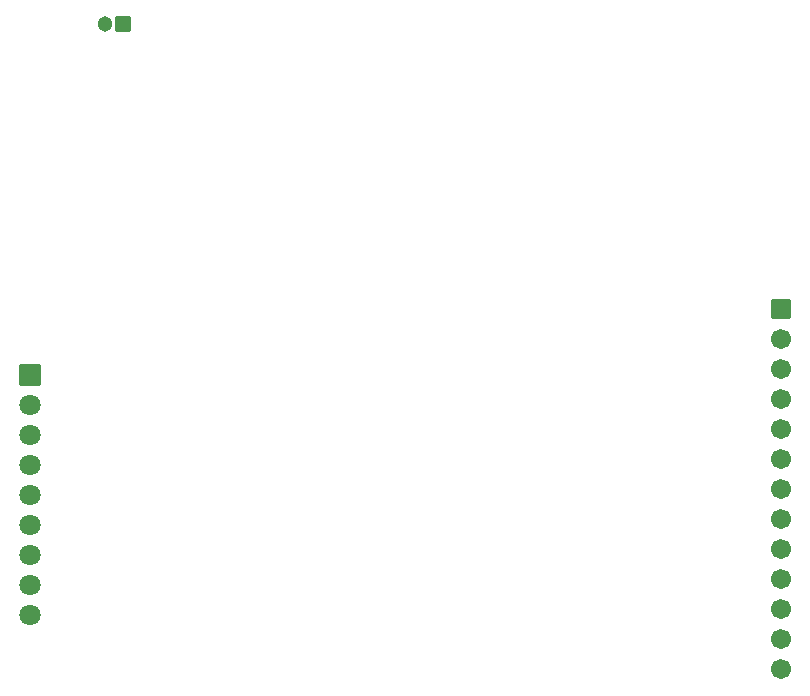
<source format=gbs>
G04 Layer: BottomSolderMaskLayer*
G04 EasyEDA Pro v2.2.24.2, 2024-08-08 11:30:51*
G04 Gerber Generator version 0.3*
G04 Scale: 100 percent, Rotated: No, Reflected: No*
G04 Dimensions in millimeters*
G04 Leading zeros omitted, absolute positions, 3 integers and 5 decimals*
%FSLAX35Y35*%
%MOMM*%
%AMRoundRect*1,1,$1,$2,$3*1,1,$1,$4,$5*1,1,$1,0-$2,0-$3*1,1,$1,0-$4,0-$5*20,1,$1,$2,$3,$4,$5,0*20,1,$1,$4,$5,0-$2,0-$3,0*20,1,$1,0-$2,0-$3,0-$4,0-$5,0*20,1,$1,0-$4,0-$5,$2,$3,0*4,1,4,$2,$3,$4,$5,0-$2,0-$3,0-$4,0-$5,$2,$3,0*%
%ADD10RoundRect,0.09424X-0.60368X0.60368X0.60368X0.60368*%
%ADD11C,1.3016*%
%ADD12RoundRect,0.09618X0.85271X0.85271X0.85271X-0.85271*%
%ADD13C,1.8016*%
%ADD14RoundRect,0.09588X0.80286X0.80286X0.80286X-0.80286*%
%ADD15C,1.7016*%
G75*


G04 Pad Start*
G54D10*
G01X1585007Y7390081D03*
G54D11*
G01X1434995Y7389928D03*
G54D12*
G01X800000Y4416002D03*
G54D13*
G01X800000Y4162002D03*
G01X800000Y3908002D03*
G01X800000Y3654002D03*
G01X800000Y3400002D03*
G01X800000Y3146002D03*
G01X800000Y2892002D03*
G01X800000Y2638002D03*
G01X800000Y2384002D03*
G54D14*
G01X7160004Y4974002D03*
G54D15*
G01X7160004Y4720002D03*
G01X7160004Y4466002D03*
G01X7160004Y4212002D03*
G01X7160004Y3958002D03*
G01X7160004Y3704002D03*
G01X7160004Y3450002D03*
G01X7160004Y3196002D03*
G01X7160004Y2942002D03*
G01X7160004Y2688002D03*
G01X7160004Y2434002D03*
G01X7160004Y2180002D03*
G01X7160004Y1926002D03*
G04 Pad End*

M02*


</source>
